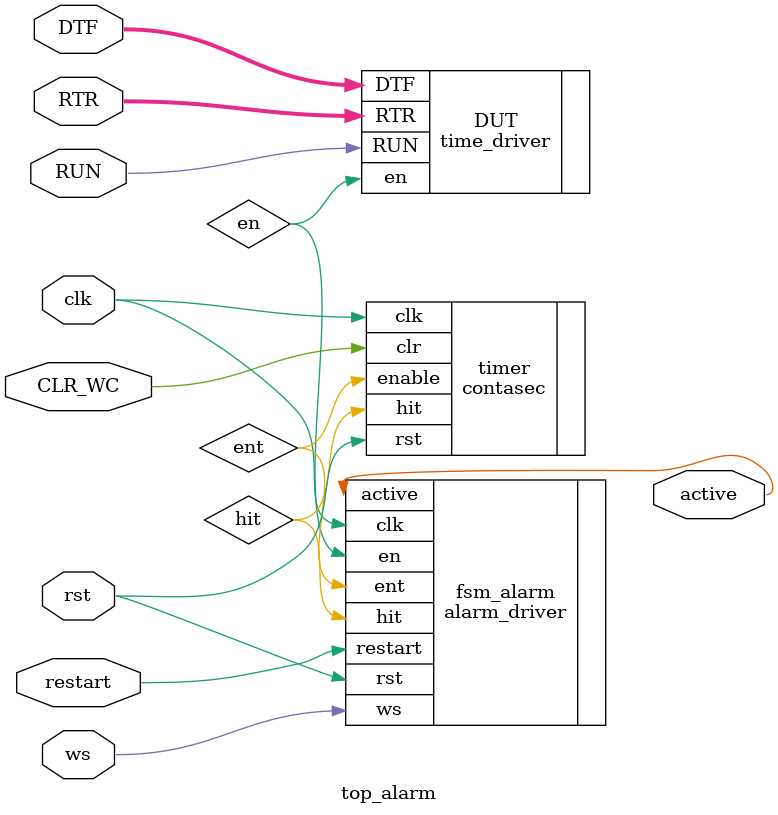
<source format=v>
`timescale 1ns / 1ps

//INPUT:FINESTRA,CLEAR,RUN(SISTEMA IN FUNZIONE SE ALTO),TEMPERATURA DESIDERATA E CORRENTE)
module top_alarm(
input wire clk,rst,restart,ws,CLR_WC,RUN,
input wire [4:0] DTF,
input wire [5:0] RTR,
output wire active//ALLARME ON/OFF
    );
    
    wire en;
    wire ent,hit;
    
    time_driver DUT(.DTF(DTF),.RTR(RTR),.RUN(RUN),.en(en));
    alarm_driver fsm_alarm(.clk(clk),.rst(rst),.hit(hit),.active(active),.ent(ent),.en(en),.restart(restart),.ws(ws));
    //stab = 1800 -> per comportamento reale ; stab = 10 per prova 
    contasec #(.stab(1800),.t_base(34'd99999999)) timer(.clk(clk),.rst(rst),.enable(ent),.clr(CLR_WC),.hit(hit));
endmodule

</source>
